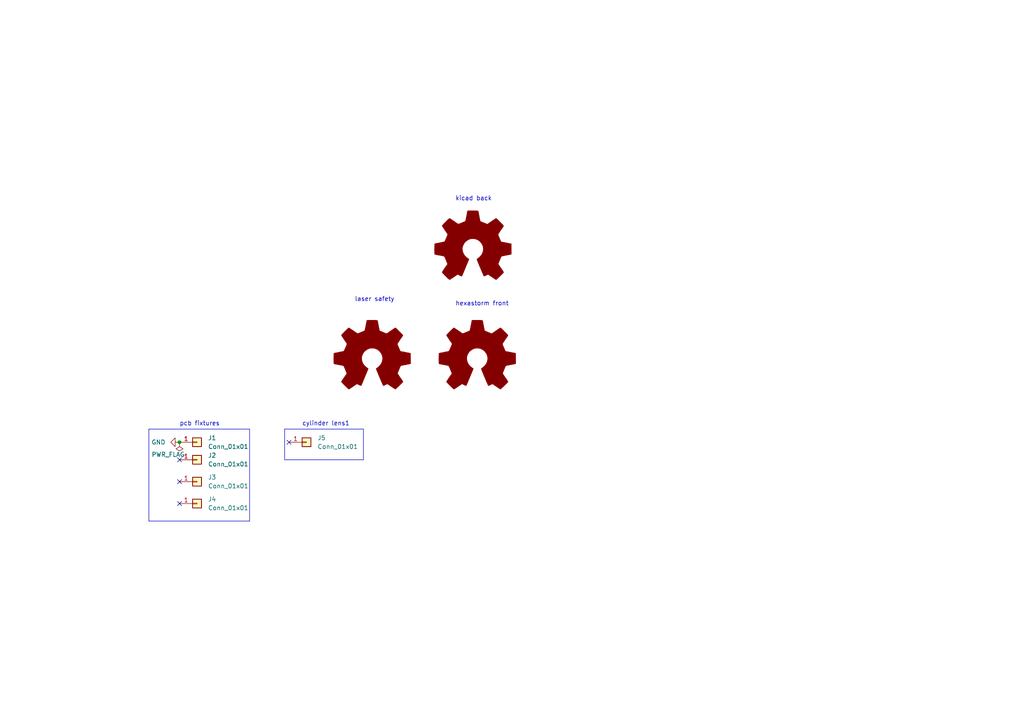
<source format=kicad_sch>
(kicad_sch (version 20231120) (generator "eeschema") (generator_version "8.0")
  (paper "A4")
  (lib_symbols
    (symbol "Connector_Generic:Conn_01x01" (pin_names (offset 1.016) hide)
      (property "Reference" "J" (at 0 2.54 0))
      (property "Value" "Conn_01x01" (at 0 -2.54 0))
      (symbol "Conn_01x01_1_1"
        (rectangle (start -1.27 0.127) (end 0 -0.127) (stroke (width 0.1524)))
        (rectangle (start -1.27 1.27) (end 1.27 -1.27) (stroke (width 0.254)) (fill (type background)))
        (pin passive line (at -5.08 0 0) (length 3.81) (name "Pin_1") (number "1"))
      )
    )
    (symbol "Graphic:Logo_Open_Hardware_Large" (in_bom no) (on_board no)
      (symbol "Logo_Open_Hardware_Large_1_1"
        (polyline (pts (xy 6.731 -8.7122) (xy 6.6294 -8.6614) (xy 6.35 -8.4836) (xy 5.9944 -8.255) (xy 5.5372 -7.9502) (xy 5.1054 -7.6454) (xy 4.7498 -7.4168) (xy 4.4958 -7.239) (xy 4.3942 -7.1882) (xy 4.318 -7.2136) (xy 4.1148 -7.3152) (xy 3.81 -7.4676) (xy 3.6322 -7.5692) (xy 3.3528 -7.6708) (xy 3.2258 -7.6962) (xy 3.2004 -7.6708) (xy 3.0988 -7.4676) (xy 2.9464 -7.0866) (xy 2.7178 -6.604) (xy 2.4892 -6.0452) (xy 2.2352 -5.4356) (xy 1.9558 -4.826) (xy 1.7272 -4.2164) (xy 1.4986 -3.683) (xy 1.3208 -3.2512) (xy 1.2192 -2.9464) (xy 1.1684 -2.8194) (xy 1.1938 -2.794) (xy 1.3208 -2.667) (xy 1.5748 -2.4892) (xy 2.0828 -2.0574) (xy 2.6162 -1.397) (xy 2.921 -0.6604) (xy 3.048 0.1524) (xy 2.9464 0.9144) (xy 2.6416 1.6256) (xy 2.1336 2.286) (xy 1.524 2.7686) (xy 0.8128 3.0734) (xy 0 3.175) (xy -0.762 3.0988) (xy -1.4986 2.794) (xy -2.159 2.286) (xy -2.4384 1.9812) (xy -2.8194 1.3208) (xy -3.048 0.6096) (xy -3.0734 0.4318) (xy -3.0226 -0.3556) (xy -2.794 -1.0922) (xy -2.3876 -1.7526) (xy -1.8288 -2.3114) (xy -1.7526 -2.3622) (xy -1.4732 -2.5654) (xy -1.2954 -2.6924) (xy -1.1684 -2.8194) (xy -2.159 -5.207) (xy -2.3114 -5.588) (xy -2.5908 -6.2484) (xy -2.8194 -6.8072) (xy -3.0226 -7.2644) (xy -3.1496 -7.5692) (xy -3.2258 -7.6708) (xy -3.2258 -7.6962) (xy -3.302 -7.6962) (xy -3.4798 -7.6454) (xy -3.8354 -7.4676) (xy -4.0386 -7.366) (xy -4.2926 -7.239) (xy -4.4196 -7.1882) (xy -4.5212 -7.239) (xy -4.7498 -7.3914) (xy -5.1054 -7.6454) (xy -5.5372 -7.9248) (xy -5.9436 -8.2042) (xy -6.3246 -8.4582) (xy -6.604 -8.636) (xy -6.731 -8.7122) (xy -6.7564 -8.7122) (xy -6.858 -8.636) (xy -7.0866 -8.4582) (xy -7.4168 -8.1534) (xy -7.874 -7.6962) (xy -7.9502 -7.62) (xy -8.3312 -7.239) (xy -8.636 -6.9088) (xy -8.8392 -6.6802) (xy -8.9154 -6.5786) (xy -8.9154 -6.5786) (xy -8.8392 -6.4516) (xy -8.6614 -6.1722) (xy -8.4328 -5.7912) (xy -8.128 -5.3594) (xy -7.3152 -4.191) (xy -7.7724 -3.0988) (xy -7.8994 -2.7686) (xy -8.0772 -2.3622) (xy -8.2042 -2.0828) (xy -8.255 -1.9558) (xy -8.382 -1.905) (xy -8.6614 -1.8542) (xy -9.0932 -1.7526) (xy -9.6266 -1.651) (xy -10.1092 -1.5748) (xy -10.541 -1.4732) (xy -10.8712 -1.4224) (xy -11.0236 -1.397) (xy -11.049 -1.3716) (xy -11.0744 -1.2954) (xy -11.0998 -1.143) (xy -11.0998 -0.889) (xy -11.1252 -0.4572) (xy -11.1252 0.1524) (xy -11.1252 0.2286) (xy -11.0998 0.8128) (xy -11.0998 1.27) (xy -11.0744 1.5494) (xy -11.0744 1.6764) (xy -11.0744 1.6764) (xy -10.922 1.7018) (xy -10.6172 1.778) (xy -10.16 1.8542) (xy -9.652 1.9558) (xy -9.6012 1.9812) (xy -9.0932 2.0828) (xy -8.636 2.159) (xy -8.3312 2.2352) (xy -8.2042 2.286) (xy -8.1788 2.3114) (xy -8.0772 2.5146) (xy -7.9248 2.8448) (xy -7.747 3.2512) (xy -7.5692 3.6576) (xy -7.4168 4.0386) (xy -7.3152 4.318) (xy -7.2898 4.445) (xy -7.2898 4.445) (xy -7.366 4.572) (xy -7.5438 4.826) (xy -7.7978 5.207) (xy -8.128 5.6642) (xy -8.128 5.6896) (xy -8.4328 6.1468) (xy -8.6868 6.5278) (xy -8.8392 6.7818) (xy -8.9154 6.9088) (xy -8.9154 6.9088) (xy -8.8138 7.0358) (xy -8.5852 7.2898) (xy -8.255 7.6454) (xy -7.874 8.0264) (xy -7.747 8.1534) (xy -7.3152 8.5852) (xy -7.0104 8.8646) (xy -6.8326 8.9916) (xy -6.731 9.0424) (xy -6.731 9.0424) (xy -6.604 8.9408) (xy -6.3246 8.763) (xy -5.9436 8.509) (xy -5.4864 8.2042) (xy -5.461 8.1788) (xy -5.0038 7.874) (xy -4.6482 7.62) (xy -4.3688 7.4422) (xy -4.2672 7.3914) (xy -4.2418 7.3914) (xy -4.064 7.4422) (xy -3.7338 7.5438) (xy -3.3528 7.6962) (xy -2.9464 7.874) (xy -2.5654 8.0264) (xy -2.286 8.1534) (xy -2.159 8.2296) (xy -2.159 8.2296) (xy -2.1082 8.382) (xy -2.032 8.7122) (xy -1.9304 9.1694) (xy -1.8288 9.7282) (xy -1.8034 9.8044) (xy -1.7018 10.3378) (xy -1.6256 10.7696) (xy -1.5748 11.0744) (xy -1.524 11.2014) (xy -1.4478 11.2268) (xy -1.1938 11.2522) (xy -0.8128 11.2522) (xy -0.3302 11.2522) (xy 0.1524 11.2522) (xy 0.6604 11.2522) (xy 1.0668 11.2268) (xy 1.3716 11.2014) (xy 1.4986 11.176) (xy 1.4986 11.176) (xy 1.5494 11.0236) (xy 1.6256 10.6934) (xy 1.7018 10.2108) (xy 1.8288 9.6774) (xy 1.8288 9.5758) (xy 1.9304 9.0424) (xy 2.032 8.6106) (xy 2.0828 8.3058) (xy 2.1336 8.2042) (xy 2.159 8.1788) (xy 2.3876 8.0772) (xy 2.7432 7.9248) (xy 3.175 7.747) (xy 4.191 7.3406) (xy 5.461 8.2042) (xy 5.5626 8.2804) (xy 6.0198 8.5852) (xy 6.3754 8.8392) (xy 6.6294 8.9916) (xy 6.7564 9.0424) (xy 6.7564 9.0424) (xy 6.8834 8.9408) (xy 7.1374 8.7122) (xy 7.4676 8.382) (xy 7.8486 7.9756) (xy 8.1534 7.6962) (xy 8.4836 7.3406) (xy 8.7122 7.112) (xy 8.8392 6.9596) (xy 8.8646 6.858) (xy 8.8646 6.8072) (xy 8.7884 6.6802) (xy 8.6106 6.4008) (xy 8.3312 6.0198) (xy 8.0264 5.588) (xy 7.7978 5.207) (xy 7.5184 4.8006) (xy 7.3406 4.4958) (xy 7.2898 4.3434) (xy 7.2898 4.2926) (xy 7.3914 4.0386) (xy 7.5184 3.683) (xy 7.7216 3.2258) (xy 8.1534 2.2352) (xy 8.7884 2.1082) (xy 9.1948 2.0574) (xy 9.7536 1.9304) (xy 10.2616 1.8288) (xy 11.0998 1.6764) (xy 11.1252 -1.3208) (xy 10.9982 -1.3716) (xy 10.8712 -1.397) (xy 10.5664 -1.4732) (xy 10.1346 -1.5494) (xy 9.6266 -1.651) (xy 9.1948 -1.7272) (xy 8.7376 -1.8288) (xy 8.4328 -1.8796) (xy 8.2804 -1.905) (xy 8.255 -1.9558) (xy 8.1534 -2.159) (xy 7.9756 -2.5146) (xy 7.8232 -2.921) (xy 7.6454 -3.3274) (xy 7.493 -3.7338) (xy 7.366 -4.0132) (xy 7.3406 -4.191) (xy 7.3914 -4.2926) (xy 7.5692 -4.5466) (xy 7.7978 -4.9276) (xy 8.1026 -5.3594) (xy 8.4074 -5.7912) (xy 8.6614 -6.1722) (xy 8.8138 -6.4262) (xy 8.89 -6.5532) (xy 8.8646 -6.6548) (xy 8.6868 -6.858) (xy 8.3566 -7.1882) (xy 7.874 -7.6708) (xy 7.7978 -7.747) (xy 7.3914 -8.128) (xy 7.0612 -8.4328) (xy 6.8326 -8.636) (xy 6.731 -8.7122)) (fill (type outline)))
      )
    )
    (symbol "Logo_Open_Hardware_Large_1" (in_bom no) (on_board no)
      (symbol "Logo_Open_Hardware_Large_1_1_1"
        (polyline (pts (xy 6.731 -8.7122) (xy 6.6294 -8.6614) (xy 6.35 -8.4836) (xy 5.9944 -8.255) (xy 5.5372 -7.9502) (xy 5.1054 -7.6454) (xy 4.7498 -7.4168) (xy 4.4958 -7.239) (xy 4.3942 -7.1882) (xy 4.318 -7.2136) (xy 4.1148 -7.3152) (xy 3.81 -7.4676) (xy 3.6322 -7.5692) (xy 3.3528 -7.6708) (xy 3.2258 -7.6962) (xy 3.2004 -7.6708) (xy 3.0988 -7.4676) (xy 2.9464 -7.0866) (xy 2.7178 -6.604) (xy 2.4892 -6.0452) (xy 2.2352 -5.4356) (xy 1.9558 -4.826) (xy 1.7272 -4.2164) (xy 1.4986 -3.683) (xy 1.3208 -3.2512) (xy 1.2192 -2.9464) (xy 1.1684 -2.8194) (xy 1.1938 -2.794) (xy 1.3208 -2.667) (xy 1.5748 -2.4892) (xy 2.0828 -2.0574) (xy 2.6162 -1.397) (xy 2.921 -0.6604) (xy 3.048 0.1524) (xy 2.9464 0.9144) (xy 2.6416 1.6256) (xy 2.1336 2.286) (xy 1.524 2.7686) (xy 0.8128 3.0734) (xy 0 3.175) (xy -0.762 3.0988) (xy -1.4986 2.794) (xy -2.159 2.286) (xy -2.4384 1.9812) (xy -2.8194 1.3208) (xy -3.048 0.6096) (xy -3.0734 0.4318) (xy -3.0226 -0.3556) (xy -2.794 -1.0922) (xy -2.3876 -1.7526) (xy -1.8288 -2.3114) (xy -1.7526 -2.3622) (xy -1.4732 -2.5654) (xy -1.2954 -2.6924) (xy -1.1684 -2.8194) (xy -2.159 -5.207) (xy -2.3114 -5.588) (xy -2.5908 -6.2484) (xy -2.8194 -6.8072) (xy -3.0226 -7.2644) (xy -3.1496 -7.5692) (xy -3.2258 -7.6708) (xy -3.2258 -7.6962) (xy -3.302 -7.6962) (xy -3.4798 -7.6454) (xy -3.8354 -7.4676) (xy -4.0386 -7.366) (xy -4.2926 -7.239) (xy -4.4196 -7.1882) (xy -4.5212 -7.239) (xy -4.7498 -7.3914) (xy -5.1054 -7.6454) (xy -5.5372 -7.9248) (xy -5.9436 -8.2042) (xy -6.3246 -8.4582) (xy -6.604 -8.636) (xy -6.731 -8.7122) (xy -6.7564 -8.7122) (xy -6.858 -8.636) (xy -7.0866 -8.4582) (xy -7.4168 -8.1534) (xy -7.874 -7.6962) (xy -7.9502 -7.62) (xy -8.3312 -7.239) (xy -8.636 -6.9088) (xy -8.8392 -6.6802) (xy -8.9154 -6.5786) (xy -8.9154 -6.5786) (xy -8.8392 -6.4516) (xy -8.6614 -6.1722) (xy -8.4328 -5.7912) (xy -8.128 -5.3594) (xy -7.3152 -4.191) (xy -7.7724 -3.0988) (xy -7.8994 -2.7686) (xy -8.0772 -2.3622) (xy -8.2042 -2.0828) (xy -8.255 -1.9558) (xy -8.382 -1.905) (xy -8.6614 -1.8542) (xy -9.0932 -1.7526) (xy -9.6266 -1.651) (xy -10.1092 -1.5748) (xy -10.541 -1.4732) (xy -10.8712 -1.4224) (xy -11.0236 -1.397) (xy -11.049 -1.3716) (xy -11.0744 -1.2954) (xy -11.0998 -1.143) (xy -11.0998 -0.889) (xy -11.1252 -0.4572) (xy -11.1252 0.1524) (xy -11.1252 0.2286) (xy -11.0998 0.8128) (xy -11.0998 1.27) (xy -11.0744 1.5494) (xy -11.0744 1.6764) (xy -11.0744 1.6764) (xy -10.922 1.7018) (xy -10.6172 1.778) (xy -10.16 1.8542) (xy -9.652 1.9558) (xy -9.6012 1.9812) (xy -9.0932 2.0828) (xy -8.636 2.159) (xy -8.3312 2.2352) (xy -8.2042 2.286) (xy -8.1788 2.3114) (xy -8.0772 2.5146) (xy -7.9248 2.8448) (xy -7.747 3.2512) (xy -7.5692 3.6576) (xy -7.4168 4.0386) (xy -7.3152 4.318) (xy -7.2898 4.445) (xy -7.2898 4.445) (xy -7.366 4.572) (xy -7.5438 4.826) (xy -7.7978 5.207) (xy -8.128 5.6642) (xy -8.128 5.6896) (xy -8.4328 6.1468) (xy -8.6868 6.5278) (xy -8.8392 6.7818) (xy -8.9154 6.9088) (xy -8.9154 6.9088) (xy -8.8138 7.0358) (xy -8.5852 7.2898) (xy -8.255 7.6454) (xy -7.874 8.0264) (xy -7.747 8.1534) (xy -7.3152 8.5852) (xy -7.0104 8.8646) (xy -6.8326 8.9916) (xy -6.731 9.0424) (xy -6.731 9.0424) (xy -6.604 8.9408) (xy -6.3246 8.763) (xy -5.9436 8.509) (xy -5.4864 8.2042) (xy -5.461 8.1788) (xy -5.0038 7.874) (xy -4.6482 7.62) (xy -4.3688 7.4422) (xy -4.2672 7.3914) (xy -4.2418 7.3914) (xy -4.064 7.4422) (xy -3.7338 7.5438) (xy -3.3528 7.6962) (xy -2.9464 7.874) (xy -2.5654 8.0264) (xy -2.286 8.1534) (xy -2.159 8.2296) (xy -2.159 8.2296) (xy -2.1082 8.382) (xy -2.032 8.7122) (xy -1.9304 9.1694) (xy -1.8288 9.7282) (xy -1.8034 9.8044) (xy -1.7018 10.3378) (xy -1.6256 10.7696) (xy -1.5748 11.0744) (xy -1.524 11.2014) (xy -1.4478 11.2268) (xy -1.1938 11.2522) (xy -0.8128 11.2522) (xy -0.3302 11.2522) (xy 0.1524 11.2522) (xy 0.6604 11.2522) (xy 1.0668 11.2268) (xy 1.3716 11.2014) (xy 1.4986 11.176) (xy 1.4986 11.176) (xy 1.5494 11.0236) (xy 1.6256 10.6934) (xy 1.7018 10.2108) (xy 1.8288 9.6774) (xy 1.8288 9.5758) (xy 1.9304 9.0424) (xy 2.032 8.6106) (xy 2.0828 8.3058) (xy 2.1336 8.2042) (xy 2.159 8.1788) (xy 2.3876 8.0772) (xy 2.7432 7.9248) (xy 3.175 7.747) (xy 4.191 7.3406) (xy 5.461 8.2042) (xy 5.5626 8.2804) (xy 6.0198 8.5852) (xy 6.3754 8.8392) (xy 6.6294 8.9916) (xy 6.7564 9.0424) (xy 6.7564 9.0424) (xy 6.8834 8.9408) (xy 7.1374 8.7122) (xy 7.4676 8.382) (xy 7.8486 7.9756) (xy 8.1534 7.6962) (xy 8.4836 7.3406) (xy 8.7122 7.112) (xy 8.8392 6.9596) (xy 8.8646 6.858) (xy 8.8646 6.8072) (xy 8.7884 6.6802) (xy 8.6106 6.4008) (xy 8.3312 6.0198) (xy 8.0264 5.588) (xy 7.7978 5.207) (xy 7.5184 4.8006) (xy 7.3406 4.4958) (xy 7.2898 4.3434) (xy 7.2898 4.2926) (xy 7.3914 4.0386) (xy 7.5184 3.683) (xy 7.7216 3.2258) (xy 8.1534 2.2352) (xy 8.7884 2.1082) (xy 9.1948 2.0574) (xy 9.7536 1.9304) (xy 10.2616 1.8288) (xy 11.0998 1.6764) (xy 11.1252 -1.3208) (xy 10.9982 -1.3716) (xy 10.8712 -1.397) (xy 10.5664 -1.4732) (xy 10.1346 -1.5494) (xy 9.6266 -1.651) (xy 9.1948 -1.7272) (xy 8.7376 -1.8288) (xy 8.4328 -1.8796) (xy 8.2804 -1.905) (xy 8.255 -1.9558) (xy 8.1534 -2.159) (xy 7.9756 -2.5146) (xy 7.8232 -2.921) (xy 7.6454 -3.3274) (xy 7.493 -3.7338) (xy 7.366 -4.0132) (xy 7.3406 -4.191) (xy 7.3914 -4.2926) (xy 7.5692 -4.5466) (xy 7.7978 -4.9276) (xy 8.1026 -5.3594) (xy 8.4074 -5.7912) (xy 8.6614 -6.1722) (xy 8.8138 -6.4262) (xy 8.89 -6.5532) (xy 8.8646 -6.6548) (xy 8.6868 -6.858) (xy 8.3566 -7.1882) (xy 7.874 -7.6708) (xy 7.7978 -7.747) (xy 7.3914 -8.128) (xy 7.0612 -8.4328) (xy 6.8326 -8.636) (xy 6.731 -8.7122)) (fill (type outline)))
      )
    )
    (symbol "Logo_Open_Hardware_Large_2" (in_bom no) (on_board no)
      (symbol "Logo_Open_Hardware_Large_2_1_1"
        (polyline (pts (xy 6.731 -8.7122) (xy 6.6294 -8.6614) (xy 6.35 -8.4836) (xy 5.9944 -8.255) (xy 5.5372 -7.9502) (xy 5.1054 -7.6454) (xy 4.7498 -7.4168) (xy 4.4958 -7.239) (xy 4.3942 -7.1882) (xy 4.318 -7.2136) (xy 4.1148 -7.3152) (xy 3.81 -7.4676) (xy 3.6322 -7.5692) (xy 3.3528 -7.6708) (xy 3.2258 -7.6962) (xy 3.2004 -7.6708) (xy 3.0988 -7.4676) (xy 2.9464 -7.0866) (xy 2.7178 -6.604) (xy 2.4892 -6.0452) (xy 2.2352 -5.4356) (xy 1.9558 -4.826) (xy 1.7272 -4.2164) (xy 1.4986 -3.683) (xy 1.3208 -3.2512) (xy 1.2192 -2.9464) (xy 1.1684 -2.8194) (xy 1.1938 -2.794) (xy 1.3208 -2.667) (xy 1.5748 -2.4892) (xy 2.0828 -2.0574) (xy 2.6162 -1.397) (xy 2.921 -0.6604) (xy 3.048 0.1524) (xy 2.9464 0.9144) (xy 2.6416 1.6256) (xy 2.1336 2.286) (xy 1.524 2.7686) (xy 0.8128 3.0734) (xy 0 3.175) (xy -0.762 3.0988) (xy -1.4986 2.794) (xy -2.159 2.286) (xy -2.4384 1.9812) (xy -2.8194 1.3208) (xy -3.048 0.6096) (xy -3.0734 0.4318) (xy -3.0226 -0.3556) (xy -2.794 -1.0922) (xy -2.3876 -1.7526) (xy -1.8288 -2.3114) (xy -1.7526 -2.3622) (xy -1.4732 -2.5654) (xy -1.2954 -2.6924) (xy -1.1684 -2.8194) (xy -2.159 -5.207) (xy -2.3114 -5.588) (xy -2.5908 -6.2484) (xy -2.8194 -6.8072) (xy -3.0226 -7.2644) (xy -3.1496 -7.5692) (xy -3.2258 -7.6708) (xy -3.2258 -7.6962) (xy -3.302 -7.6962) (xy -3.4798 -7.6454) (xy -3.8354 -7.4676) (xy -4.0386 -7.366) (xy -4.2926 -7.239) (xy -4.4196 -7.1882) (xy -4.5212 -7.239) (xy -4.7498 -7.3914) (xy -5.1054 -7.6454) (xy -5.5372 -7.9248) (xy -5.9436 -8.2042) (xy -6.3246 -8.4582) (xy -6.604 -8.636) (xy -6.731 -8.7122) (xy -6.7564 -8.7122) (xy -6.858 -8.636) (xy -7.0866 -8.4582) (xy -7.4168 -8.1534) (xy -7.874 -7.6962) (xy -7.9502 -7.62) (xy -8.3312 -7.239) (xy -8.636 -6.9088) (xy -8.8392 -6.6802) (xy -8.9154 -6.5786) (xy -8.9154 -6.5786) (xy -8.8392 -6.4516) (xy -8.6614 -6.1722) (xy -8.4328 -5.7912) (xy -8.128 -5.3594) (xy -7.3152 -4.191) (xy -7.7724 -3.0988) (xy -7.8994 -2.7686) (xy -8.0772 -2.3622) (xy -8.2042 -2.0828) (xy -8.255 -1.9558) (xy -8.382 -1.905) (xy -8.6614 -1.8542) (xy -9.0932 -1.7526) (xy -9.6266 -1.651) (xy -10.1092 -1.5748) (xy -10.541 -1.4732) (xy -10.8712 -1.4224) (xy -11.0236 -1.397) (xy -11.049 -1.3716) (xy -11.0744 -1.2954) (xy -11.0998 -1.143) (xy -11.0998 -0.889) (xy -11.1252 -0.4572) (xy -11.1252 0.1524) (xy -11.1252 0.2286) (xy -11.0998 0.8128) (xy -11.0998 1.27) (xy -11.0744 1.5494) (xy -11.0744 1.6764) (xy -11.0744 1.6764) (xy -10.922 1.7018) (xy -10.6172 1.778) (xy -10.16 1.8542) (xy -9.652 1.9558) (xy -9.6012 1.9812) (xy -9.0932 2.0828) (xy -8.636 2.159) (xy -8.3312 2.2352) (xy -8.2042 2.286) (xy -8.1788 2.3114) (xy -8.0772 2.5146) (xy -7.9248 2.8448) (xy -7.747 3.2512) (xy -7.5692 3.6576) (xy -7.4168 4.0386) (xy -7.3152 4.318) (xy -7.2898 4.445) (xy -7.2898 4.445) (xy -7.366 4.572) (xy -7.5438 4.826) (xy -7.7978 5.207) (xy -8.128 5.6642) (xy -8.128 5.6896) (xy -8.4328 6.1468) (xy -8.6868 6.5278) (xy -8.8392 6.7818) (xy -8.9154 6.9088) (xy -8.9154 6.9088) (xy -8.8138 7.0358) (xy -8.5852 7.2898) (xy -8.255 7.6454) (xy -7.874 8.0264) (xy -7.747 8.1534) (xy -7.3152 8.5852) (xy -7.0104 8.8646) (xy -6.8326 8.9916) (xy -6.731 9.0424) (xy -6.731 9.0424) (xy -6.604 8.9408) (xy -6.3246 8.763) (xy -5.9436 8.509) (xy -5.4864 8.2042) (xy -5.461 8.1788) (xy -5.0038 7.874) (xy -4.6482 7.62) (xy -4.3688 7.4422) (xy -4.2672 7.3914) (xy -4.2418 7.3914) (xy -4.064 7.4422) (xy -3.7338 7.5438) (xy -3.3528 7.6962) (xy -2.9464 7.874) (xy -2.5654 8.0264) (xy -2.286 8.1534) (xy -2.159 8.2296) (xy -2.159 8.2296) (xy -2.1082 8.382) (xy -2.032 8.7122) (xy -1.9304 9.1694) (xy -1.8288 9.7282) (xy -1.8034 9.8044) (xy -1.7018 10.3378) (xy -1.6256 10.7696) (xy -1.5748 11.0744) (xy -1.524 11.2014) (xy -1.4478 11.2268) (xy -1.1938 11.2522) (xy -0.8128 11.2522) (xy -0.3302 11.2522) (xy 0.1524 11.2522) (xy 0.6604 11.2522) (xy 1.0668 11.2268) (xy 1.3716 11.2014) (xy 1.4986 11.176) (xy 1.4986 11.176) (xy 1.5494 11.0236) (xy 1.6256 10.6934) (xy 1.7018 10.2108) (xy 1.8288 9.6774) (xy 1.8288 9.5758) (xy 1.9304 9.0424) (xy 2.032 8.6106) (xy 2.0828 8.3058) (xy 2.1336 8.2042) (xy 2.159 8.1788) (xy 2.3876 8.0772) (xy 2.7432 7.9248) (xy 3.175 7.747) (xy 4.191 7.3406) (xy 5.461 8.2042) (xy 5.5626 8.2804) (xy 6.0198 8.5852) (xy 6.3754 8.8392) (xy 6.6294 8.9916) (xy 6.7564 9.0424) (xy 6.7564 9.0424) (xy 6.8834 8.9408) (xy 7.1374 8.7122) (xy 7.4676 8.382) (xy 7.8486 7.9756) (xy 8.1534 7.6962) (xy 8.4836 7.3406) (xy 8.7122 7.112) (xy 8.8392 6.9596) (xy 8.8646 6.858) (xy 8.8646 6.8072) (xy 8.7884 6.6802) (xy 8.6106 6.4008) (xy 8.3312 6.0198) (xy 8.0264 5.588) (xy 7.7978 5.207) (xy 7.5184 4.8006) (xy 7.3406 4.4958) (xy 7.2898 4.3434) (xy 7.2898 4.2926) (xy 7.3914 4.0386) (xy 7.5184 3.683) (xy 7.7216 3.2258) (xy 8.1534 2.2352) (xy 8.7884 2.1082) (xy 9.1948 2.0574) (xy 9.7536 1.9304) (xy 10.2616 1.8288) (xy 11.0998 1.6764) (xy 11.1252 -1.3208) (xy 10.9982 -1.3716) (xy 10.8712 -1.397) (xy 10.5664 -1.4732) (xy 10.1346 -1.5494) (xy 9.6266 -1.651) (xy 9.1948 -1.7272) (xy 8.7376 -1.8288) (xy 8.4328 -1.8796) (xy 8.2804 -1.905) (xy 8.255 -1.9558) (xy 8.1534 -2.159) (xy 7.9756 -2.5146) (xy 7.8232 -2.921) (xy 7.6454 -3.3274) (xy 7.493 -3.7338) (xy 7.366 -4.0132) (xy 7.3406 -4.191) (xy 7.3914 -4.2926) (xy 7.5692 -4.5466) (xy 7.7978 -4.9276) (xy 8.1026 -5.3594) (xy 8.4074 -5.7912) (xy 8.6614 -6.1722) (xy 8.8138 -6.4262) (xy 8.89 -6.5532) (xy 8.8646 -6.6548) (xy 8.6868 -6.858) (xy 8.3566 -7.1882) (xy 7.874 -7.6708) (xy 7.7978 -7.747) (xy 7.3914 -8.128) (xy 7.0612 -8.4328) (xy 6.8326 -8.636) (xy 6.731 -8.7122)) (fill (type outline)))
      )
    )
    (symbol "power:GND" (power) (pin_numbers hide) (pin_names (offset 0) hide)
      (property "Value" "GND" (at 0 -3.81 0))
      (symbol "GND_0_1"
        (polyline (pts (xy 0 0) (xy 0 -1.27) (xy 1.27 -1.27) (xy 0 -2.54) (xy -1.27 -1.27) (xy 0 -1.27)))
      )
      (symbol "GND_1_1"
        (pin power_in line (at 0 0 270) (length 0) (name "~") (number "1"))
      )
    )
    (symbol "power:PWR_FLAG" (power) (pin_numbers hide) (pin_names (offset 0) hide)
      (property "Value" "PWR_FLAG" (at 0 3.81 0))
      (symbol "PWR_FLAG_0_0"
        (pin power_out line (at 0 0 90) (length 0) (name "~") (number "1"))
      )
      (symbol "PWR_FLAG_0_1"
        (polyline (pts (xy 0 0) (xy 0 1.27) (xy -1.016 1.905) (xy 0 2.54) (xy 1.016 1.905) (xy 0 1.27)))
      )
    )
  )
  (junction (at 52.07 128.27))
  (no_connect (at 83.82 128.27))
  (no_connect (at 52.07 139.7))
  (no_connect (at 52.07 146.05))
  (no_connect (at 52.07 133.35))
  (polyline (pts (xy 82.55 124.46) (xy 82.55 133.35)))
  (polyline (pts (xy 82.55 133.35) (xy 105.41 133.35)))
  (polyline (pts (xy 105.41 124.46) (xy 105.41 133.35)))
  (polyline (pts (xy 72.39 151.13) (xy 72.39 124.46)))
  (polyline (pts (xy 43.18 151.13) (xy 72.39 151.13)))
  (polyline (pts (xy 82.55 124.46) (xy 105.41 124.46)))
  (polyline (pts (xy 43.18 124.46) (xy 72.39 124.46)))
  (polyline (pts (xy 43.18 124.46) (xy 43.18 151.13)))
  (text "kicad back" (at 132.08 58.42 0) (effects (font (size 1.27 1.27)) (justify left bottom)))
  (text "cylinder lens1" (at 87.63 123.698 0) (effects (font (size 1.27 1.27)) (justify left bottom)))
  (text "laser safety" (at 102.87 87.63 0) (effects (font (size 1.27 1.27)) (justify left bottom)))
  (text "pcb fixtures" (at 52.07 123.698 0) (effects (font (size 1.27 1.27)) (justify left bottom)))
  (text "hexastorm front" (at 132.08 88.9 0) (effects (font (size 1.27 1.27)) (justify left bottom)))
  (symbol (lib_name "Logo_Open_Hardware_Large_2") (lib_id "Graphic:Logo_Open_Hardware_Large") (at 138.43 104.14 0) (unit 1) (exclude_from_sim yes)
    (property "Reference" "L1" (effects (hide yes)))
    (property "Value" "Logo_Open_Hardware_Large" (effects (hide yes)))
    (property "Footprint" "footprints:hexastorm" (effects (hide yes)))
    (property "Description" "Open Hardware logo, large" (effects (hide yes)))
  )
  (symbol (lib_id "Graphic:Logo_Open_Hardware_Large") (at 137.16 72.39 0) (unit 1) (exclude_from_sim yes)
    (property "Reference" "L2" (effects (hide yes)))
    (property "Value" "Logo_Open_Hardware_Large" (effects (hide yes)))
    (property "Footprint" "footprints:hexastorm" (effects (hide yes)))
    (property "Description" "Open Hardware logo, large" (effects (hide yes)))
  )
  (symbol (lib_name "Logo_Open_Hardware_Large_1") (lib_id "Graphic:Logo_Open_Hardware_Large") (at 107.95 104.14 0) (unit 1) (exclude_from_sim yes)
    (property "Reference" "L3" (effects (hide yes)))
    (property "Value" "Logo_Open_Hardware_Large" (effects (hide yes)))
    (property "Footprint" "footprints:lasersafety" (effects (hide yes)))
    (property "Description" "Open Hardware logo, large" (effects (hide yes)))
  )
  (symbol (lib_id "power:PWR_FLAG") (at 52.07 128.27 180) (unit 1)
    (property "Reference" "#FLG01" (effects (hide yes)))
    (property "Value" "PWR_FLAG" (at 48.768 131.826 0))
    (property "Description" "Special symbol for telling ERC where power comes from" (effects (hide yes)))
  )
  (symbol (lib_id "Connector_Generic:Conn_01x01") (at 57.15 128.27 0) (unit 1)
    (property "Reference" "J1" (at 60.325 127 0) (effects (justify left)))
    (property "Value" "Conn_01x01" (at 60.325 129.54 0) (effects (justify left)))
    (property "Footprint" "footprints:throughholeplate" (effects (hide yes)))
  )
  (symbol (lib_id "Connector_Generic:Conn_01x01") (at 88.9 128.27 0) (unit 1)
    (property "Reference" "J5" (at 92.075 127 0) (effects (justify left)))
    (property "Value" "Conn_01x01" (at 92.075 129.54 0) (effects (justify left)))
    (property "Footprint" "footprints:cylinderlens1" (effects (hide yes)))
  )
  (symbol (lib_id "Connector_Generic:Conn_01x01") (at 57.15 133.35 0) (unit 1)
    (property "Reference" "J2" (at 60.325 132.08 0) (effects (justify left)))
    (property "Value" "Conn_01x01" (at 60.325 134.62 0) (effects (justify left)))
    (property "Footprint" "footprints:throughholeplate" (effects (hide yes)))
  )
  (symbol (lib_id "Connector_Generic:Conn_01x01") (at 57.15 146.05 0) (unit 1)
    (property "Reference" "J4" (at 60.325 144.78 0) (effects (justify left)))
    (property "Value" "Conn_01x01" (at 60.325 147.32 0) (effects (justify left)))
    (property "Footprint" "footprints:throughholeplate" (effects (hide yes)))
  )
  (symbol (lib_id "power:GND") (at 52.07 128.27 270) (unit 1)
    (property "Reference" "#PWR01" (effects (hide yes)))
    (property "Value" "GND" (at 48.006 128.27 90) (effects (justify right)))
    (property "Description" "Power symbol creates a global label with name \"GND\" , ground" (effects (hide yes)))
  )
  (symbol (lib_id "Connector_Generic:Conn_01x01") (at 57.15 139.7 0) (unit 1)
    (property "Reference" "J3" (at 60.325 138.43 0) (effects (justify left)))
    (property "Value" "Conn_01x01" (at 60.325 140.97 0) (effects (justify left)))
    (property "Footprint" "footprints:throughholeplate" (effects (hide yes)))
  )
)
</source>
